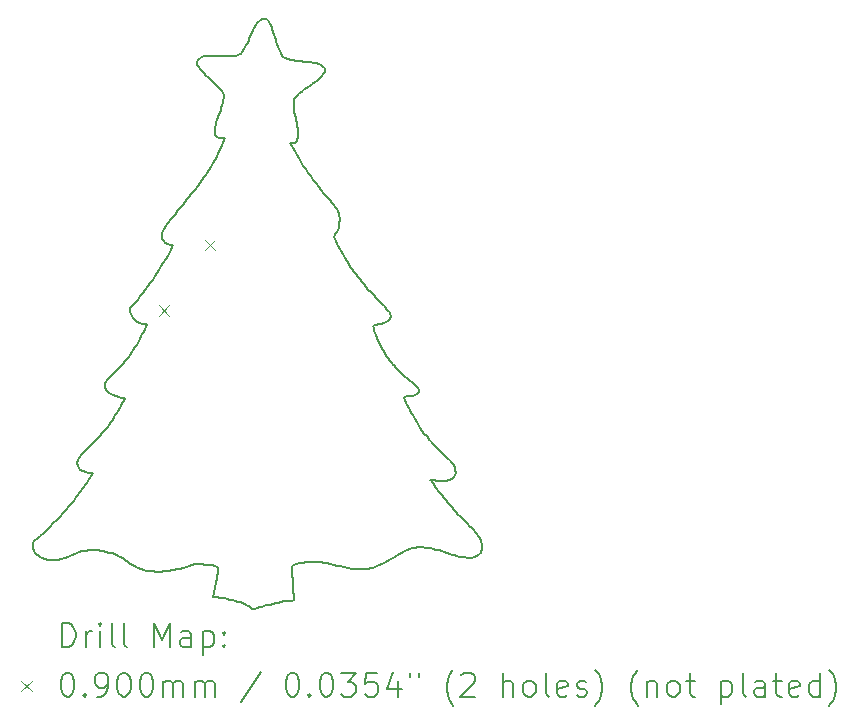
<source format=gbr>
%FSLAX45Y45*%
G04 Gerber Fmt 4.5, Leading zero omitted, Abs format (unit mm)*
G04 Created by KiCad (PCBNEW (6.0.0)) date 2022-10-06 13:39:08*
%MOMM*%
%LPD*%
G01*
G04 APERTURE LIST*
%TA.AperFunction,Profile*%
%ADD10C,0.200000*%
%TD*%
%ADD11C,0.200000*%
%ADD12C,0.090000*%
G04 APERTURE END LIST*
D10*
X17457439Y-12303614D02*
X17504464Y-12288672D01*
D11*
X18345841Y-12590880D02*
X18344131Y-12569388D01*
X18342169Y-12548608D01*
X18341971Y-12546586D01*
X17673141Y-8870309D02*
X17661615Y-8891688D01*
X17651188Y-8910817D01*
X17641392Y-8928337D01*
X17626854Y-8953005D01*
X17611098Y-8977667D01*
X17599136Y-8995176D01*
X17585460Y-9014288D01*
X17569602Y-9035645D01*
X17551093Y-9059891D01*
X17529465Y-9087666D01*
X17504247Y-9119615D01*
X17490147Y-9137354D01*
X17474973Y-9156378D01*
X17458668Y-9176766D01*
X17441172Y-9198599D01*
X17422428Y-9221956D01*
X17402376Y-9246919D01*
X17380959Y-9273568D01*
X17358117Y-9301982D01*
X17704633Y-12325880D02*
X17703099Y-12346986D01*
X17700630Y-12367244D01*
X17697105Y-12389782D01*
X17692545Y-12414463D01*
X17688170Y-12435657D01*
X17683160Y-12458064D01*
X17678993Y-12475623D01*
X19798543Y-11932592D02*
X19781869Y-11915512D01*
X19766133Y-11899259D01*
X19751251Y-11883737D01*
X19737138Y-11868852D01*
X19717226Y-11847507D01*
X19698570Y-11827057D01*
X19680884Y-11807180D01*
X19663884Y-11787554D01*
X19647285Y-11767858D01*
X19630801Y-11747769D01*
X19614147Y-11726966D01*
X19597040Y-11705127D01*
X18729736Y-9343306D02*
X18725424Y-9320672D01*
X18719042Y-9300899D01*
X18709637Y-9282208D01*
X18696258Y-9262821D01*
X18681387Y-9244849D01*
X18670593Y-9232813D01*
X18375275Y-8694125D02*
X18381009Y-8671757D01*
X18381915Y-8651198D01*
X18380551Y-8630266D01*
X18377207Y-8604092D01*
X18373329Y-8580325D01*
X18368223Y-8552470D01*
X18364112Y-8531388D01*
X18359420Y-8508128D01*
X18354131Y-8482544D01*
X17763180Y-8678002D02*
X17755285Y-8698868D01*
X17745101Y-8721901D01*
X17735616Y-8742639D01*
X17725076Y-8765219D01*
X17713954Y-8788630D01*
X17702726Y-8811857D01*
X17691864Y-8833888D01*
X17681845Y-8853710D01*
X17673141Y-8870309D01*
X19199460Y-12224933D02*
X19217333Y-12214291D01*
X19242295Y-12200006D01*
X19265282Y-12187647D01*
X19286568Y-12177110D01*
X19306424Y-12168295D01*
X19325122Y-12161098D01*
X19348723Y-12153845D01*
X19371395Y-12149047D01*
X19393784Y-12146463D01*
X19410778Y-12145832D01*
X19870903Y-12226219D02*
X19891552Y-12216860D01*
X19909433Y-12205736D01*
X19925000Y-12192015D01*
X19932905Y-12181095D01*
D10*
X18329186Y-12327669D02*
X18328245Y-12303724D01*
D11*
X17100710Y-10258892D02*
X17092159Y-10279906D01*
X17082897Y-10299529D01*
X17071578Y-10322671D01*
X17062312Y-10341184D01*
X17052824Y-10359789D01*
X17043517Y-10377677D01*
X17032081Y-10399015D01*
X17024754Y-10412084D01*
X16915354Y-10883866D02*
X16905299Y-10904327D01*
X16893393Y-10926229D01*
X16882586Y-10945513D01*
X16870732Y-10966267D01*
X16858338Y-10987614D01*
X16845909Y-11008674D01*
X16833953Y-11028567D01*
X16822975Y-11046415D01*
X16810736Y-11065510D01*
X17994058Y-12668882D02*
X18014750Y-12663707D01*
X18034762Y-12658430D01*
X18055099Y-12653003D01*
X18077921Y-12646865D01*
X18092480Y-12642926D01*
X16960654Y-10150053D02*
X16965510Y-10169819D01*
X16973701Y-10189643D01*
X16984986Y-10207015D01*
X16999653Y-10222458D01*
X17001739Y-10224278D01*
X18779900Y-9699737D02*
X18769634Y-9682294D01*
X18758204Y-9662330D01*
X18746083Y-9640729D01*
X18733747Y-9618376D01*
X18721671Y-9596158D01*
X18710329Y-9574958D01*
X18700197Y-9555664D01*
X18689389Y-9534431D01*
X18681069Y-9515521D01*
X17713278Y-8476546D02*
X17704194Y-8502938D01*
X17696795Y-8524647D01*
X17689250Y-8547501D01*
X17682973Y-8568583D01*
X17678634Y-8589857D01*
X17677466Y-8612640D01*
X17677443Y-8619531D01*
X18580660Y-8157231D02*
X18594957Y-8139557D01*
X18604632Y-8121150D01*
X18606158Y-8099935D01*
X18595629Y-8080131D01*
X18593725Y-8077955D01*
X19068524Y-10060903D02*
X19043375Y-10035150D01*
X19019663Y-10010432D01*
X18997281Y-9986617D01*
X18976126Y-9963575D01*
X18956092Y-9941174D01*
X18937076Y-9919285D01*
X18918974Y-9897776D01*
X18901680Y-9876516D01*
X18885090Y-9855376D01*
X18869100Y-9834223D01*
X18853604Y-9812928D01*
X18838500Y-9791360D01*
X18823682Y-9769387D01*
X18809045Y-9746880D01*
X18794486Y-9723706D01*
X18779900Y-9699737D01*
X19010608Y-10270028D02*
X19029463Y-10262187D01*
X19041042Y-10261271D01*
D10*
X17980846Y-12656378D02*
X17980846Y-12656378D01*
D11*
X19157486Y-10157483D02*
X19144415Y-10141254D01*
X19128685Y-10123844D01*
X19112156Y-10106131D01*
X19097206Y-10090420D01*
X19081118Y-10073769D01*
X19068524Y-10060903D01*
X19648004Y-11395400D02*
X19629459Y-11379387D01*
X19614252Y-11365477D01*
X19598268Y-11350281D01*
X19581805Y-11334108D01*
X19565166Y-11317265D01*
X19548650Y-11300061D01*
X19532556Y-11282804D01*
X19517187Y-11265803D01*
X19502842Y-11249366D01*
X19489821Y-11233802D01*
X19485827Y-11228862D01*
X17752944Y-8678177D02*
X17763180Y-8678002D01*
X17733423Y-8281000D02*
X17744586Y-8298808D01*
X17748881Y-8318369D01*
X17749131Y-8338366D01*
X18308924Y-12598275D02*
X18330319Y-12596305D01*
X18345841Y-12590880D01*
X16561490Y-12178108D02*
X16585114Y-12174042D01*
X16609152Y-12171360D01*
X16633513Y-12170043D01*
X16658108Y-12170068D01*
X16682845Y-12171414D01*
X16707635Y-12174059D01*
X16732387Y-12177983D01*
X16757011Y-12183164D01*
X16781417Y-12189580D01*
X16805514Y-12197210D01*
X16829212Y-12206033D01*
X16852420Y-12216028D01*
X16875048Y-12227173D01*
X16897006Y-12239446D01*
X16918204Y-12252826D01*
X16938551Y-12267293D01*
X16778788Y-10713604D02*
X16763681Y-10727976D01*
X16750473Y-10744282D01*
X16745484Y-10755449D01*
X19500658Y-11572899D02*
X19520666Y-11575659D01*
X19533103Y-11577675D01*
X16745484Y-10755449D02*
X16743475Y-10776802D01*
X16749174Y-10798019D01*
X16761625Y-10818302D01*
X16779874Y-10836852D01*
X16796790Y-10849146D01*
X16816026Y-10859679D01*
X16837180Y-10868113D01*
X16859848Y-10874112D01*
X16883627Y-10877338D01*
X16891731Y-10877739D01*
X19638861Y-12192114D02*
X19663255Y-12199860D01*
X19684935Y-12206551D01*
X19704245Y-12212268D01*
X19726902Y-12218517D01*
X19746776Y-12223372D01*
X19768949Y-12227770D01*
X19789646Y-12230664D01*
X19810462Y-12232428D01*
X17678993Y-12475623D02*
X17674374Y-12495280D01*
X17669687Y-12516748D01*
X17665678Y-12537245D01*
X17663414Y-12553853D01*
X17980846Y-12656372D02*
X17994058Y-12668882D01*
X19323586Y-10730095D02*
X19304779Y-10714634D01*
X19287825Y-10700442D01*
X19272512Y-10687322D01*
X19254287Y-10671151D01*
X19238110Y-10656060D01*
X19223484Y-10641580D01*
X19206626Y-10623619D01*
X19190443Y-10604956D01*
X19187201Y-10601058D01*
D10*
X16646150Y-11517538D02*
X16602879Y-11581539D01*
D11*
X17001739Y-10224278D02*
X17019022Y-10235671D01*
X17038034Y-10244234D01*
X17058340Y-10250640D01*
X17080266Y-10254284D01*
X17085166Y-10254449D01*
X19032951Y-10330282D02*
X19026048Y-10311418D01*
X19019053Y-10292444D01*
X19011899Y-10273321D01*
X19010608Y-10270028D01*
X18089766Y-7668899D02*
X18070183Y-7674997D01*
X18064798Y-7677989D01*
X19146140Y-10225009D02*
X19160098Y-10209492D01*
X19163952Y-10189098D01*
X18341971Y-12546586D02*
X18340183Y-12525248D01*
X18338523Y-12501775D01*
X18337197Y-12481338D01*
X18335839Y-12459122D01*
X18334483Y-12435706D01*
X18333164Y-12411673D01*
X18331915Y-12387604D01*
X18330770Y-12364081D01*
X18329764Y-12341686D01*
X18329186Y-12327669D01*
X17892362Y-7966496D02*
X17874067Y-7977176D01*
X17853105Y-7982370D01*
X17829816Y-7984327D01*
X17803564Y-7985137D01*
X17778276Y-7985435D01*
X17747368Y-7985560D01*
X17723275Y-7985589D01*
X19932905Y-12181095D02*
X19939220Y-12161827D01*
X19940436Y-12141796D01*
X19937713Y-12120113D01*
X19931126Y-12098023D01*
X19927141Y-12088741D01*
D10*
X17671394Y-12300719D02*
X17705317Y-12308132D01*
D11*
X18092480Y-12642926D02*
X18112677Y-12637492D01*
X18140627Y-12630142D01*
X18166003Y-12623703D01*
X18189076Y-12618120D01*
X18210119Y-12613335D01*
X18235485Y-12608102D01*
X18258367Y-12604058D01*
X18279408Y-12601069D01*
X18304100Y-12598616D01*
X18308924Y-12598275D01*
X19485827Y-11228862D02*
X19467760Y-11205787D01*
X19450193Y-11182305D01*
X19433039Y-11158275D01*
X19416211Y-11133557D01*
X19405131Y-11116628D01*
X19394131Y-11099289D01*
X19383185Y-11081500D01*
X19372267Y-11063218D01*
X19361352Y-11044403D01*
X19350414Y-11025013D01*
X19339426Y-11005007D01*
X19328363Y-10984342D01*
X19317199Y-10962979D01*
X19305908Y-10940875D01*
D10*
X17299588Y-9584976D02*
X17319938Y-9589811D01*
D11*
X18439621Y-8265170D02*
X18461870Y-8249790D01*
X18481870Y-8235790D01*
X18499754Y-8223069D01*
X18520534Y-8207923D01*
X18538099Y-8194632D01*
X18556008Y-8180263D01*
X18572371Y-8165695D01*
X18580660Y-8157231D01*
X17570967Y-12290992D02*
X17593871Y-12292031D01*
X17615435Y-12293484D01*
X17638251Y-12295641D01*
X17660292Y-12298623D01*
X17671394Y-12300719D01*
X19308679Y-10866562D02*
X19330051Y-10865761D01*
X19350459Y-10862497D01*
X19367483Y-10856162D01*
X18593725Y-8077955D02*
X18576819Y-8064297D01*
X18556196Y-8054951D01*
X18533259Y-8048438D01*
X18510368Y-8043851D01*
X18490186Y-8040675D01*
X18467163Y-8037654D01*
X18441065Y-8034726D01*
X18431642Y-8033760D01*
X17291608Y-9643658D02*
X17274895Y-9674905D01*
X17257944Y-9705548D01*
X17240714Y-9735646D01*
X17223164Y-9765257D01*
X17205253Y-9794442D01*
X17186940Y-9823258D01*
X17168185Y-9851765D01*
X17148947Y-9880022D01*
X17129184Y-9908087D01*
X17108856Y-9936021D01*
X17087922Y-9963882D01*
X17066342Y-9991729D01*
X17044073Y-10019621D01*
X17021076Y-10047616D01*
X16997309Y-10075776D01*
X16972732Y-10104157D01*
X18191913Y-7849234D02*
X18185352Y-7827507D01*
X18179221Y-7807707D01*
X18170726Y-7781397D01*
X18162936Y-7758856D01*
X18155696Y-7739746D01*
X18146628Y-7719014D01*
X18135715Y-7699605D01*
X18122289Y-7683785D01*
X18112561Y-7676511D01*
X18244777Y-7982970D02*
X18233094Y-7964483D01*
X18224353Y-7945829D01*
X18216604Y-7925938D01*
X18209854Y-7906556D01*
X18202424Y-7883609D01*
X18196300Y-7863791D01*
X18191913Y-7849234D01*
X16891731Y-10877739D02*
X16912224Y-10879623D01*
X16915354Y-10883866D01*
D10*
X17705317Y-12308132D02*
X17704633Y-12325880D01*
D11*
X19187201Y-10601058D02*
X19174102Y-10584928D01*
X19161636Y-10568994D01*
X19144043Y-10545319D01*
X19127668Y-10521721D01*
X19112386Y-10497983D01*
X19098072Y-10473885D01*
X19084602Y-10449209D01*
X19071852Y-10423738D01*
X19059697Y-10397252D01*
X19048013Y-10369534D01*
X19040423Y-10350263D01*
X19032951Y-10330282D01*
X16810736Y-11065510D02*
X16795944Y-11087375D01*
X16781669Y-11107675D01*
X16767552Y-11126826D01*
X16753236Y-11145246D01*
X16738362Y-11163351D01*
X16722570Y-11181559D01*
X16705504Y-11200285D01*
X16686803Y-11219948D01*
X16666111Y-11240964D01*
X16651032Y-11255933D01*
X16634801Y-11271811D01*
X16626222Y-11280130D01*
X17523731Y-8041131D02*
X17528039Y-8062764D01*
X17537512Y-8080382D01*
X17549826Y-8096860D01*
X17566998Y-8116238D01*
X17583424Y-8133110D01*
X17603171Y-8152324D01*
X17618306Y-8166586D01*
X17635103Y-8182114D01*
X17653638Y-8199000D01*
X19597040Y-11705127D02*
X19582715Y-11686436D01*
X19566917Y-11665450D01*
X19554741Y-11649081D01*
X19542782Y-11632854D01*
X19527948Y-11612503D01*
X19515357Y-11594954D01*
X19502998Y-11577070D01*
X19500658Y-11572899D01*
X19041042Y-10261271D02*
X19062832Y-10259010D01*
X19082607Y-10255497D01*
X19103702Y-10249621D01*
X19124721Y-10240461D01*
X19141920Y-10228802D01*
X19146140Y-10225009D01*
X18694549Y-9496212D02*
X18706664Y-9479295D01*
X18716693Y-9458208D01*
X18723048Y-9439063D01*
X18727781Y-9418496D01*
X18730765Y-9397060D01*
X18731872Y-9375310D01*
X18730976Y-9353799D01*
X18729736Y-9343306D01*
X19305908Y-10940875D02*
X19295465Y-10920330D01*
X19284910Y-10899363D01*
X19276379Y-10879392D01*
X19294249Y-10866597D01*
X19308679Y-10866562D01*
D10*
X17504464Y-12288672D02*
X17570967Y-12290992D01*
X16612133Y-11514884D02*
X16646150Y-11517538D01*
X17677443Y-8619531D02*
X17677379Y-8658762D01*
D11*
X16175351Y-12211634D02*
X16193277Y-12224987D01*
X16214149Y-12235728D01*
X16237507Y-12243844D01*
X16262895Y-12249328D01*
X16289854Y-12252167D01*
X16317926Y-12252352D01*
X16346655Y-12249873D01*
X16375581Y-12244719D01*
X16404247Y-12236880D01*
X16432195Y-12226345D01*
X16450202Y-12217819D01*
X17749131Y-8338366D02*
X17748297Y-8359889D01*
X17743978Y-8382634D01*
X17738219Y-8402443D01*
X17731340Y-8423615D01*
X17724618Y-8443519D01*
X17716385Y-8467528D01*
X17713278Y-8476546D01*
D10*
X18089767Y-7668911D02*
X18089766Y-7668899D01*
X17663414Y-12553853D02*
X17663414Y-12567930D01*
D11*
X16938551Y-12267293D02*
X16961317Y-12283694D01*
X16983515Y-12298043D01*
X17005444Y-12310436D01*
X17027401Y-12320970D01*
X17049684Y-12329740D01*
X17072591Y-12336844D01*
X17096420Y-12342378D01*
X17121468Y-12346438D01*
X17148034Y-12349120D01*
X17176414Y-12350521D01*
X17196490Y-12350790D01*
D10*
X18838704Y-12331468D02*
X18904552Y-12331574D01*
D11*
X18329730Y-8721992D02*
X18350854Y-8718812D01*
X18368250Y-8706522D01*
X18375275Y-8694125D01*
X16450202Y-12217819D02*
X16469127Y-12208357D01*
X16489349Y-12199214D01*
X16508391Y-12191938D01*
X16527877Y-12185948D01*
X16549431Y-12180665D01*
X16561490Y-12178108D01*
X17963062Y-7849391D02*
X17952911Y-7871631D01*
X17942949Y-7892009D01*
X17933269Y-7910369D01*
X17921708Y-7930246D01*
X17908864Y-7949194D01*
X17894004Y-7965278D01*
X17892362Y-7966496D01*
X16626222Y-11280130D02*
X16606819Y-11298953D01*
X16590272Y-11315154D01*
X16572178Y-11333202D01*
X16558018Y-11347847D01*
X16542731Y-11365002D01*
X16530030Y-11382663D01*
X16525503Y-11390875D01*
D10*
X18313221Y-8721992D02*
X18329730Y-8721992D01*
D11*
X18681069Y-9515521D02*
X18692503Y-9498528D01*
X18694549Y-9496212D01*
X19403874Y-10812002D02*
X19392744Y-10794050D01*
X19378693Y-10779031D01*
X19363241Y-10764267D01*
X19344756Y-10747837D01*
X19328018Y-10733731D01*
X19323586Y-10730095D01*
X18112561Y-7676511D02*
X18093855Y-7669076D01*
X18089767Y-7668911D01*
D10*
X17733423Y-8281000D02*
X17653638Y-8199000D01*
D11*
X19367483Y-10856162D02*
X19385983Y-10846529D01*
X19400858Y-10831683D01*
X19403874Y-10812002D01*
X18354131Y-8482544D02*
X18349390Y-8458198D01*
X18345840Y-8436237D01*
X18343073Y-8411986D01*
X18342153Y-8391103D01*
X18343479Y-8370208D01*
X18349349Y-8348848D01*
X19410778Y-12145832D02*
X19434631Y-12146169D01*
X19457713Y-12147635D01*
X19481074Y-12150445D01*
X19505766Y-12154812D01*
X19525790Y-12159237D01*
X19547598Y-12164748D01*
X19571632Y-12171434D01*
X19598336Y-12179387D01*
X19617841Y-12185436D01*
X19638861Y-12192114D01*
X17723077Y-8682070D02*
X17743866Y-8680349D01*
X17752944Y-8678177D01*
X17085166Y-10254449D02*
X17100710Y-10258892D01*
X17723275Y-7985589D02*
X17702609Y-7985613D01*
X17675697Y-7985697D01*
X17653222Y-7985862D01*
X17629258Y-7986254D01*
X17607206Y-7987105D01*
X17586755Y-7989190D01*
X17570533Y-7993235D01*
D10*
X17677379Y-8658762D02*
X17690410Y-8670413D01*
X17663414Y-12567930D02*
X17694339Y-12570390D01*
D11*
X17024754Y-10412084D02*
X17012445Y-10432935D01*
X16999749Y-10453491D01*
X16986662Y-10473758D01*
X16973180Y-10493742D01*
X16959297Y-10513448D01*
X16945009Y-10532883D01*
X16930311Y-10552053D01*
X16915198Y-10570963D01*
X16899666Y-10589619D01*
X16883709Y-10608027D01*
X16867323Y-10626194D01*
X16850503Y-10644124D01*
X16833245Y-10661825D01*
X16815543Y-10679301D01*
X16797392Y-10696559D01*
X16778788Y-10713604D01*
X18670593Y-9232813D02*
X18646639Y-9206227D01*
X18622880Y-9178980D01*
X18599358Y-9151131D01*
X18576114Y-9122738D01*
X18553191Y-9093859D01*
X18530630Y-9064554D01*
X18508473Y-9034880D01*
X18486762Y-9004897D01*
X18465537Y-8974662D01*
X18444842Y-8944235D01*
X18424717Y-8913673D01*
X18405205Y-8883036D01*
X18386347Y-8852382D01*
X18368184Y-8821769D01*
X18350760Y-8791257D01*
X18334114Y-8760902D01*
X17690410Y-8670413D02*
X17708495Y-8680895D01*
X17723077Y-8682070D01*
X18064798Y-7677989D02*
X18047112Y-7692141D01*
X18034305Y-7707907D01*
X18023287Y-7725040D01*
X18011099Y-7747004D01*
X18000922Y-7767099D01*
X17989649Y-7790651D01*
X17977092Y-7817976D01*
X17967914Y-7838445D01*
X17963062Y-7849391D01*
D10*
X16183318Y-12058308D02*
X16133921Y-12100077D01*
D11*
X16525503Y-11390875D02*
X16517421Y-11409761D01*
X16512155Y-11433027D01*
X16513037Y-11453894D01*
X16522539Y-11476248D01*
X16536664Y-11490868D01*
X16556413Y-11502334D01*
X16581623Y-11510417D01*
X16604017Y-11514119D01*
X16612133Y-11514884D01*
D10*
X17319938Y-9589811D02*
X17291608Y-9643658D01*
X16133921Y-12100077D02*
X16136125Y-12129184D01*
D11*
X17570533Y-7993235D02*
X17551502Y-8002148D01*
X17535009Y-8016933D01*
X17524403Y-8035621D01*
X17523731Y-8041131D01*
X19810462Y-12232428D02*
X19830973Y-12233347D01*
X19851863Y-12231958D01*
X19870903Y-12226219D01*
X18365899Y-12290611D02*
X18393991Y-12281627D01*
X18421292Y-12274697D01*
X18448515Y-12269849D01*
X18476373Y-12267109D01*
X18505579Y-12266507D01*
X18526150Y-12267305D01*
X18547849Y-12269075D01*
X18570886Y-12271822D01*
X18595473Y-12275556D01*
X18621820Y-12280285D01*
X18650139Y-12286016D01*
X18680642Y-12292759D01*
X18713539Y-12300521D01*
X18730952Y-12304787D01*
X19690633Y-11439560D02*
X19677292Y-11423209D01*
X19662384Y-11408175D01*
X19648004Y-11395400D01*
X19533103Y-11577675D02*
X19560066Y-11581278D01*
X19585157Y-11582891D01*
X19608289Y-11582588D01*
X19629373Y-11580449D01*
X19656967Y-11573963D01*
X19679460Y-11563778D01*
X19696553Y-11550154D01*
X19707950Y-11533350D01*
X19713353Y-11513629D01*
X19712466Y-11491250D01*
X19704992Y-11466473D01*
X19690633Y-11439560D01*
X18904552Y-12331574D02*
X18928228Y-12331551D01*
X18951021Y-12331009D01*
X18972706Y-12328773D01*
X18993536Y-12323784D01*
X19014310Y-12316740D01*
X19035515Y-12308762D01*
X19048221Y-12303882D01*
X17358117Y-9301982D02*
X17342460Y-9321544D01*
X17327031Y-9340981D01*
X17312227Y-9359784D01*
X17298444Y-9377442D01*
X17286079Y-9393445D01*
X17273220Y-9410343D01*
X17261455Y-9426418D01*
X16602879Y-11581539D02*
X16590682Y-11599442D01*
X16578445Y-11617131D01*
X16566165Y-11634607D01*
X16553841Y-11651872D01*
X16541470Y-11668929D01*
X16529051Y-11685780D01*
X16516582Y-11702427D01*
X16504062Y-11718872D01*
X16491488Y-11735117D01*
X16478859Y-11751164D01*
X16466173Y-11767015D01*
X16453427Y-11782672D01*
X16440621Y-11798138D01*
X16414819Y-11828502D01*
X16388751Y-11858124D01*
X16362404Y-11887020D01*
X16335762Y-11915208D01*
X16308811Y-11942703D01*
X16281537Y-11969523D01*
X16253925Y-11995683D01*
X16225959Y-12021200D01*
X16197627Y-12046092D01*
X16183318Y-12058308D01*
X17694339Y-12570390D02*
X17714954Y-12572415D01*
X17736377Y-12575237D01*
X17758357Y-12578781D01*
X17780644Y-12582972D01*
X17802987Y-12587736D01*
X17825137Y-12592996D01*
X17846841Y-12598677D01*
X17867851Y-12604705D01*
X17887915Y-12611004D01*
X17915690Y-12620797D01*
X17939929Y-12630777D01*
X17959786Y-12640691D01*
X17977984Y-12653368D01*
X17980846Y-12656378D01*
X16136125Y-12129184D02*
X16139165Y-12151434D01*
X16146000Y-12173051D01*
X16157052Y-12191932D01*
X16170703Y-12207302D01*
X16175351Y-12211634D01*
D10*
X18730952Y-12304787D02*
X18838704Y-12331468D01*
X18328245Y-12303724D02*
X18365899Y-12290611D01*
D11*
X17261455Y-9426418D02*
X17247953Y-9448086D01*
X17238071Y-9468709D01*
X17231779Y-9488161D01*
X17228923Y-9512060D01*
X17232324Y-9533357D01*
X17241911Y-9551755D01*
X17257612Y-9566957D01*
X17279357Y-9578666D01*
X17299588Y-9584976D01*
D10*
X18334114Y-8760902D02*
X18313221Y-8721992D01*
D11*
X19163952Y-10189098D02*
X19161349Y-10168868D01*
X19157486Y-10157483D01*
X18349349Y-8348848D02*
X18360467Y-8331846D01*
X18376608Y-8314687D01*
X18391701Y-8301220D01*
X18409690Y-8286811D01*
X18426125Y-8274646D01*
X18439621Y-8265170D01*
D10*
X16955796Y-10123478D02*
X16960654Y-10150053D01*
D11*
X17196490Y-12350790D02*
X17219716Y-12350484D01*
X17242264Y-12349495D01*
X17264456Y-12347766D01*
X17286616Y-12345237D01*
X17309069Y-12341850D01*
X17332137Y-12337546D01*
X17356144Y-12332267D01*
X17381414Y-12325953D01*
X17408272Y-12318546D01*
X17437039Y-12309988D01*
X17457439Y-12303614D01*
X19048221Y-12303882D02*
X19067663Y-12295983D01*
X19087606Y-12286989D01*
X19108766Y-12276526D01*
X19127051Y-12266847D01*
X19146941Y-12255798D01*
X19168803Y-12243186D01*
X19186713Y-12232587D01*
X19199460Y-12224933D01*
X18431642Y-8033760D02*
X18409115Y-8031411D01*
X18388474Y-8029072D01*
X18360842Y-8025524D01*
X18336923Y-8021854D01*
X18316400Y-8017974D01*
X18293768Y-8012326D01*
X18272026Y-8004215D01*
X18253597Y-7992412D01*
X18244777Y-7982970D01*
D10*
X16972732Y-10104157D02*
X16955796Y-10123478D01*
D11*
X19927141Y-12088741D02*
X19917799Y-12070290D01*
X19907190Y-12052933D01*
X19893463Y-12034423D01*
X19878992Y-12017273D01*
X19865482Y-12002290D01*
X19849250Y-11984950D01*
X19829896Y-11964766D01*
X19815061Y-11949490D01*
X19798543Y-11932592D01*
D12*
X17200894Y-10096840D02*
X17290894Y-10186840D01*
X17290894Y-10096840D02*
X17200894Y-10186840D01*
X17590926Y-9539816D02*
X17680926Y-9629816D01*
X17680926Y-9539816D02*
X17590926Y-9629816D01*
D11*
X16381540Y-12989358D02*
X16381540Y-12789358D01*
X16429159Y-12789358D01*
X16457730Y-12798882D01*
X16476778Y-12817930D01*
X16486302Y-12836977D01*
X16495825Y-12875073D01*
X16495825Y-12903644D01*
X16486302Y-12941739D01*
X16476778Y-12960787D01*
X16457730Y-12979834D01*
X16429159Y-12989358D01*
X16381540Y-12989358D01*
X16581540Y-12989358D02*
X16581540Y-12856025D01*
X16581540Y-12894120D02*
X16591063Y-12875073D01*
X16600587Y-12865549D01*
X16619635Y-12856025D01*
X16638683Y-12856025D01*
X16705349Y-12989358D02*
X16705349Y-12856025D01*
X16705349Y-12789358D02*
X16695825Y-12798882D01*
X16705349Y-12808406D01*
X16714873Y-12798882D01*
X16705349Y-12789358D01*
X16705349Y-12808406D01*
X16829159Y-12989358D02*
X16810111Y-12979834D01*
X16800587Y-12960787D01*
X16800587Y-12789358D01*
X16933921Y-12989358D02*
X16914873Y-12979834D01*
X16905349Y-12960787D01*
X16905349Y-12789358D01*
X17162492Y-12989358D02*
X17162492Y-12789358D01*
X17229159Y-12932215D01*
X17295825Y-12789358D01*
X17295825Y-12989358D01*
X17476778Y-12989358D02*
X17476778Y-12884596D01*
X17467254Y-12865549D01*
X17448206Y-12856025D01*
X17410111Y-12856025D01*
X17391064Y-12865549D01*
X17476778Y-12979834D02*
X17457730Y-12989358D01*
X17410111Y-12989358D01*
X17391064Y-12979834D01*
X17381540Y-12960787D01*
X17381540Y-12941739D01*
X17391064Y-12922692D01*
X17410111Y-12913168D01*
X17457730Y-12913168D01*
X17476778Y-12903644D01*
X17572016Y-12856025D02*
X17572016Y-13056025D01*
X17572016Y-12865549D02*
X17591064Y-12856025D01*
X17629159Y-12856025D01*
X17648206Y-12865549D01*
X17657730Y-12875073D01*
X17667254Y-12894120D01*
X17667254Y-12951263D01*
X17657730Y-12970311D01*
X17648206Y-12979834D01*
X17629159Y-12989358D01*
X17591064Y-12989358D01*
X17572016Y-12979834D01*
X17752968Y-12970311D02*
X17762492Y-12979834D01*
X17752968Y-12989358D01*
X17743445Y-12979834D01*
X17752968Y-12970311D01*
X17752968Y-12989358D01*
X17752968Y-12865549D02*
X17762492Y-12875073D01*
X17752968Y-12884596D01*
X17743445Y-12875073D01*
X17752968Y-12865549D01*
X17752968Y-12884596D01*
D12*
X16033921Y-13273882D02*
X16123921Y-13363882D01*
X16123921Y-13273882D02*
X16033921Y-13363882D01*
D11*
X16419635Y-13209358D02*
X16438683Y-13209358D01*
X16457730Y-13218882D01*
X16467254Y-13228406D01*
X16476778Y-13247454D01*
X16486302Y-13285549D01*
X16486302Y-13333168D01*
X16476778Y-13371263D01*
X16467254Y-13390311D01*
X16457730Y-13399834D01*
X16438683Y-13409358D01*
X16419635Y-13409358D01*
X16400587Y-13399834D01*
X16391063Y-13390311D01*
X16381540Y-13371263D01*
X16372016Y-13333168D01*
X16372016Y-13285549D01*
X16381540Y-13247454D01*
X16391063Y-13228406D01*
X16400587Y-13218882D01*
X16419635Y-13209358D01*
X16572016Y-13390311D02*
X16581540Y-13399834D01*
X16572016Y-13409358D01*
X16562492Y-13399834D01*
X16572016Y-13390311D01*
X16572016Y-13409358D01*
X16676778Y-13409358D02*
X16714873Y-13409358D01*
X16733921Y-13399834D01*
X16743444Y-13390311D01*
X16762492Y-13361739D01*
X16772016Y-13323644D01*
X16772016Y-13247454D01*
X16762492Y-13228406D01*
X16752968Y-13218882D01*
X16733921Y-13209358D01*
X16695825Y-13209358D01*
X16676778Y-13218882D01*
X16667254Y-13228406D01*
X16657730Y-13247454D01*
X16657730Y-13295073D01*
X16667254Y-13314120D01*
X16676778Y-13323644D01*
X16695825Y-13333168D01*
X16733921Y-13333168D01*
X16752968Y-13323644D01*
X16762492Y-13314120D01*
X16772016Y-13295073D01*
X16895825Y-13209358D02*
X16914873Y-13209358D01*
X16933921Y-13218882D01*
X16943445Y-13228406D01*
X16952968Y-13247454D01*
X16962492Y-13285549D01*
X16962492Y-13333168D01*
X16952968Y-13371263D01*
X16943445Y-13390311D01*
X16933921Y-13399834D01*
X16914873Y-13409358D01*
X16895825Y-13409358D01*
X16876778Y-13399834D01*
X16867254Y-13390311D01*
X16857730Y-13371263D01*
X16848206Y-13333168D01*
X16848206Y-13285549D01*
X16857730Y-13247454D01*
X16867254Y-13228406D01*
X16876778Y-13218882D01*
X16895825Y-13209358D01*
X17086302Y-13209358D02*
X17105349Y-13209358D01*
X17124397Y-13218882D01*
X17133921Y-13228406D01*
X17143445Y-13247454D01*
X17152968Y-13285549D01*
X17152968Y-13333168D01*
X17143445Y-13371263D01*
X17133921Y-13390311D01*
X17124397Y-13399834D01*
X17105349Y-13409358D01*
X17086302Y-13409358D01*
X17067254Y-13399834D01*
X17057730Y-13390311D01*
X17048206Y-13371263D01*
X17038683Y-13333168D01*
X17038683Y-13285549D01*
X17048206Y-13247454D01*
X17057730Y-13228406D01*
X17067254Y-13218882D01*
X17086302Y-13209358D01*
X17238683Y-13409358D02*
X17238683Y-13276025D01*
X17238683Y-13295073D02*
X17248206Y-13285549D01*
X17267254Y-13276025D01*
X17295825Y-13276025D01*
X17314873Y-13285549D01*
X17324397Y-13304596D01*
X17324397Y-13409358D01*
X17324397Y-13304596D02*
X17333921Y-13285549D01*
X17352968Y-13276025D01*
X17381540Y-13276025D01*
X17400587Y-13285549D01*
X17410111Y-13304596D01*
X17410111Y-13409358D01*
X17505349Y-13409358D02*
X17505349Y-13276025D01*
X17505349Y-13295073D02*
X17514873Y-13285549D01*
X17533921Y-13276025D01*
X17562492Y-13276025D01*
X17581540Y-13285549D01*
X17591064Y-13304596D01*
X17591064Y-13409358D01*
X17591064Y-13304596D02*
X17600587Y-13285549D01*
X17619635Y-13276025D01*
X17648206Y-13276025D01*
X17667254Y-13285549D01*
X17676778Y-13304596D01*
X17676778Y-13409358D01*
X18067254Y-13199834D02*
X17895825Y-13456977D01*
X18324397Y-13209358D02*
X18343445Y-13209358D01*
X18362492Y-13218882D01*
X18372016Y-13228406D01*
X18381540Y-13247454D01*
X18391064Y-13285549D01*
X18391064Y-13333168D01*
X18381540Y-13371263D01*
X18372016Y-13390311D01*
X18362492Y-13399834D01*
X18343445Y-13409358D01*
X18324397Y-13409358D01*
X18305349Y-13399834D01*
X18295825Y-13390311D01*
X18286302Y-13371263D01*
X18276778Y-13333168D01*
X18276778Y-13285549D01*
X18286302Y-13247454D01*
X18295825Y-13228406D01*
X18305349Y-13218882D01*
X18324397Y-13209358D01*
X18476778Y-13390311D02*
X18486302Y-13399834D01*
X18476778Y-13409358D01*
X18467254Y-13399834D01*
X18476778Y-13390311D01*
X18476778Y-13409358D01*
X18610111Y-13209358D02*
X18629159Y-13209358D01*
X18648206Y-13218882D01*
X18657730Y-13228406D01*
X18667254Y-13247454D01*
X18676778Y-13285549D01*
X18676778Y-13333168D01*
X18667254Y-13371263D01*
X18657730Y-13390311D01*
X18648206Y-13399834D01*
X18629159Y-13409358D01*
X18610111Y-13409358D01*
X18591064Y-13399834D01*
X18581540Y-13390311D01*
X18572016Y-13371263D01*
X18562492Y-13333168D01*
X18562492Y-13285549D01*
X18572016Y-13247454D01*
X18581540Y-13228406D01*
X18591064Y-13218882D01*
X18610111Y-13209358D01*
X18743445Y-13209358D02*
X18867254Y-13209358D01*
X18800587Y-13285549D01*
X18829159Y-13285549D01*
X18848206Y-13295073D01*
X18857730Y-13304596D01*
X18867254Y-13323644D01*
X18867254Y-13371263D01*
X18857730Y-13390311D01*
X18848206Y-13399834D01*
X18829159Y-13409358D01*
X18772016Y-13409358D01*
X18752968Y-13399834D01*
X18743445Y-13390311D01*
X19048206Y-13209358D02*
X18952968Y-13209358D01*
X18943445Y-13304596D01*
X18952968Y-13295073D01*
X18972016Y-13285549D01*
X19019635Y-13285549D01*
X19038683Y-13295073D01*
X19048206Y-13304596D01*
X19057730Y-13323644D01*
X19057730Y-13371263D01*
X19048206Y-13390311D01*
X19038683Y-13399834D01*
X19019635Y-13409358D01*
X18972016Y-13409358D01*
X18952968Y-13399834D01*
X18943445Y-13390311D01*
X19229159Y-13276025D02*
X19229159Y-13409358D01*
X19181540Y-13199834D02*
X19133921Y-13342692D01*
X19257730Y-13342692D01*
X19324397Y-13209358D02*
X19324397Y-13247454D01*
X19400587Y-13209358D02*
X19400587Y-13247454D01*
X19695825Y-13485549D02*
X19686302Y-13476025D01*
X19667254Y-13447454D01*
X19657730Y-13428406D01*
X19648206Y-13399834D01*
X19638683Y-13352215D01*
X19638683Y-13314120D01*
X19648206Y-13266501D01*
X19657730Y-13237930D01*
X19667254Y-13218882D01*
X19686302Y-13190311D01*
X19695825Y-13180787D01*
X19762492Y-13228406D02*
X19772016Y-13218882D01*
X19791064Y-13209358D01*
X19838683Y-13209358D01*
X19857730Y-13218882D01*
X19867254Y-13228406D01*
X19876778Y-13247454D01*
X19876778Y-13266501D01*
X19867254Y-13295073D01*
X19752968Y-13409358D01*
X19876778Y-13409358D01*
X20114873Y-13409358D02*
X20114873Y-13209358D01*
X20200587Y-13409358D02*
X20200587Y-13304596D01*
X20191064Y-13285549D01*
X20172016Y-13276025D01*
X20143445Y-13276025D01*
X20124397Y-13285549D01*
X20114873Y-13295073D01*
X20324397Y-13409358D02*
X20305349Y-13399834D01*
X20295825Y-13390311D01*
X20286302Y-13371263D01*
X20286302Y-13314120D01*
X20295825Y-13295073D01*
X20305349Y-13285549D01*
X20324397Y-13276025D01*
X20352968Y-13276025D01*
X20372016Y-13285549D01*
X20381540Y-13295073D01*
X20391064Y-13314120D01*
X20391064Y-13371263D01*
X20381540Y-13390311D01*
X20372016Y-13399834D01*
X20352968Y-13409358D01*
X20324397Y-13409358D01*
X20505349Y-13409358D02*
X20486302Y-13399834D01*
X20476778Y-13380787D01*
X20476778Y-13209358D01*
X20657730Y-13399834D02*
X20638683Y-13409358D01*
X20600587Y-13409358D01*
X20581540Y-13399834D01*
X20572016Y-13380787D01*
X20572016Y-13304596D01*
X20581540Y-13285549D01*
X20600587Y-13276025D01*
X20638683Y-13276025D01*
X20657730Y-13285549D01*
X20667254Y-13304596D01*
X20667254Y-13323644D01*
X20572016Y-13342692D01*
X20743445Y-13399834D02*
X20762492Y-13409358D01*
X20800587Y-13409358D01*
X20819635Y-13399834D01*
X20829159Y-13380787D01*
X20829159Y-13371263D01*
X20819635Y-13352215D01*
X20800587Y-13342692D01*
X20772016Y-13342692D01*
X20752968Y-13333168D01*
X20743445Y-13314120D01*
X20743445Y-13304596D01*
X20752968Y-13285549D01*
X20772016Y-13276025D01*
X20800587Y-13276025D01*
X20819635Y-13285549D01*
X20895825Y-13485549D02*
X20905349Y-13476025D01*
X20924397Y-13447454D01*
X20933921Y-13428406D01*
X20943445Y-13399834D01*
X20952968Y-13352215D01*
X20952968Y-13314120D01*
X20943445Y-13266501D01*
X20933921Y-13237930D01*
X20924397Y-13218882D01*
X20905349Y-13190311D01*
X20895825Y-13180787D01*
X21257730Y-13485549D02*
X21248206Y-13476025D01*
X21229159Y-13447454D01*
X21219635Y-13428406D01*
X21210111Y-13399834D01*
X21200587Y-13352215D01*
X21200587Y-13314120D01*
X21210111Y-13266501D01*
X21219635Y-13237930D01*
X21229159Y-13218882D01*
X21248206Y-13190311D01*
X21257730Y-13180787D01*
X21333921Y-13276025D02*
X21333921Y-13409358D01*
X21333921Y-13295073D02*
X21343445Y-13285549D01*
X21362492Y-13276025D01*
X21391064Y-13276025D01*
X21410111Y-13285549D01*
X21419635Y-13304596D01*
X21419635Y-13409358D01*
X21543445Y-13409358D02*
X21524397Y-13399834D01*
X21514873Y-13390311D01*
X21505349Y-13371263D01*
X21505349Y-13314120D01*
X21514873Y-13295073D01*
X21524397Y-13285549D01*
X21543445Y-13276025D01*
X21572016Y-13276025D01*
X21591064Y-13285549D01*
X21600587Y-13295073D01*
X21610111Y-13314120D01*
X21610111Y-13371263D01*
X21600587Y-13390311D01*
X21591064Y-13399834D01*
X21572016Y-13409358D01*
X21543445Y-13409358D01*
X21667254Y-13276025D02*
X21743445Y-13276025D01*
X21695825Y-13209358D02*
X21695825Y-13380787D01*
X21705349Y-13399834D01*
X21724397Y-13409358D01*
X21743445Y-13409358D01*
X21962492Y-13276025D02*
X21962492Y-13476025D01*
X21962492Y-13285549D02*
X21981540Y-13276025D01*
X22019635Y-13276025D01*
X22038683Y-13285549D01*
X22048206Y-13295073D01*
X22057730Y-13314120D01*
X22057730Y-13371263D01*
X22048206Y-13390311D01*
X22038683Y-13399834D01*
X22019635Y-13409358D01*
X21981540Y-13409358D01*
X21962492Y-13399834D01*
X22172016Y-13409358D02*
X22152968Y-13399834D01*
X22143445Y-13380787D01*
X22143445Y-13209358D01*
X22333921Y-13409358D02*
X22333921Y-13304596D01*
X22324397Y-13285549D01*
X22305349Y-13276025D01*
X22267254Y-13276025D01*
X22248206Y-13285549D01*
X22333921Y-13399834D02*
X22314873Y-13409358D01*
X22267254Y-13409358D01*
X22248206Y-13399834D01*
X22238683Y-13380787D01*
X22238683Y-13361739D01*
X22248206Y-13342692D01*
X22267254Y-13333168D01*
X22314873Y-13333168D01*
X22333921Y-13323644D01*
X22400587Y-13276025D02*
X22476778Y-13276025D01*
X22429159Y-13209358D02*
X22429159Y-13380787D01*
X22438683Y-13399834D01*
X22457730Y-13409358D01*
X22476778Y-13409358D01*
X22619635Y-13399834D02*
X22600587Y-13409358D01*
X22562492Y-13409358D01*
X22543444Y-13399834D01*
X22533921Y-13380787D01*
X22533921Y-13304596D01*
X22543444Y-13285549D01*
X22562492Y-13276025D01*
X22600587Y-13276025D01*
X22619635Y-13285549D01*
X22629159Y-13304596D01*
X22629159Y-13323644D01*
X22533921Y-13342692D01*
X22800587Y-13409358D02*
X22800587Y-13209358D01*
X22800587Y-13399834D02*
X22781540Y-13409358D01*
X22743444Y-13409358D01*
X22724397Y-13399834D01*
X22714873Y-13390311D01*
X22705349Y-13371263D01*
X22705349Y-13314120D01*
X22714873Y-13295073D01*
X22724397Y-13285549D01*
X22743444Y-13276025D01*
X22781540Y-13276025D01*
X22800587Y-13285549D01*
X22876778Y-13485549D02*
X22886302Y-13476025D01*
X22905349Y-13447454D01*
X22914873Y-13428406D01*
X22924397Y-13399834D01*
X22933921Y-13352215D01*
X22933921Y-13314120D01*
X22924397Y-13266501D01*
X22914873Y-13237930D01*
X22905349Y-13218882D01*
X22886302Y-13190311D01*
X22876778Y-13180787D01*
M02*

</source>
